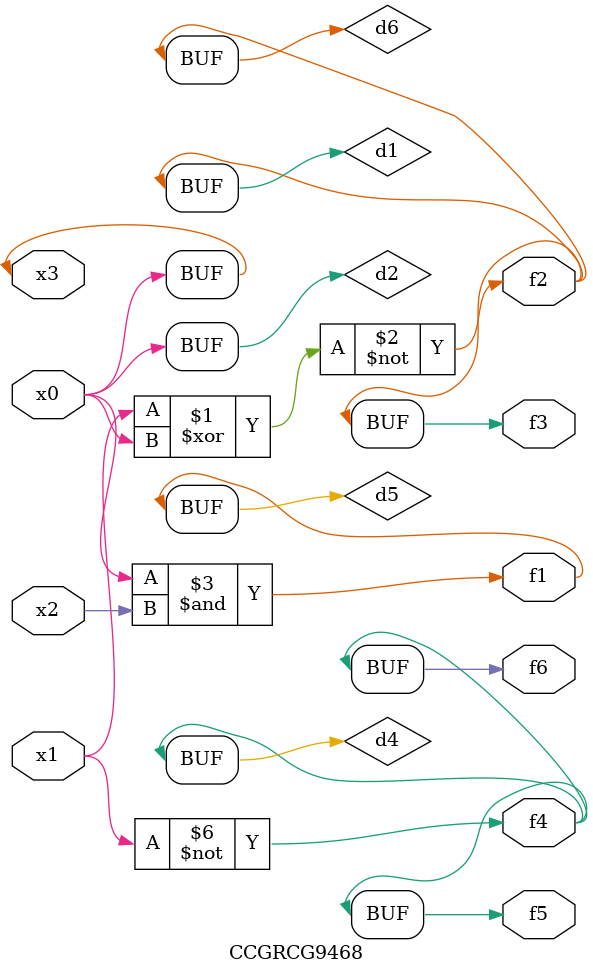
<source format=v>
module CCGRCG9468(
	input x0, x1, x2, x3,
	output f1, f2, f3, f4, f5, f6
);

	wire d1, d2, d3, d4, d5, d6;

	xnor (d1, x1, x3);
	buf (d2, x0, x3);
	nand (d3, x0, x2);
	not (d4, x1);
	nand (d5, d3);
	or (d6, d1);
	assign f1 = d5;
	assign f2 = d6;
	assign f3 = d6;
	assign f4 = d4;
	assign f5 = d4;
	assign f6 = d4;
endmodule

</source>
